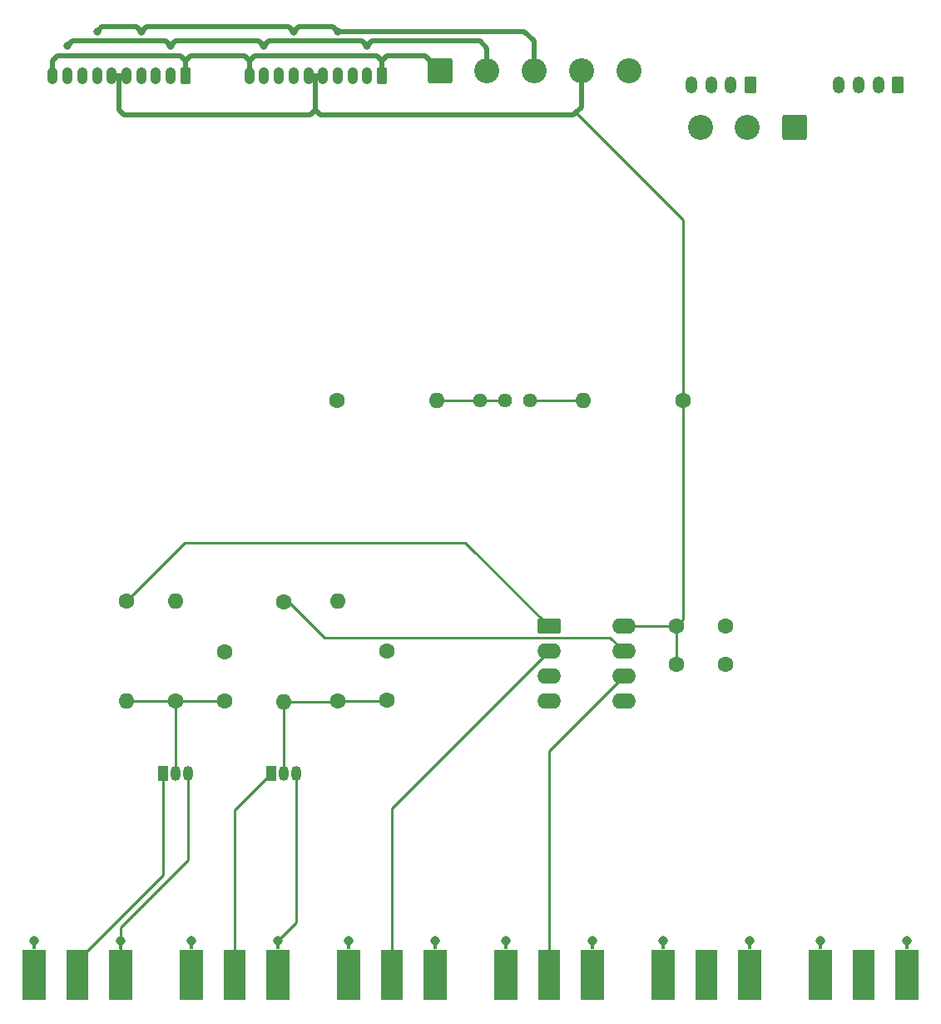
<source format=gtl>
G04 #@! TF.GenerationSoftware,KiCad,Pcbnew,9.0.0*
G04 #@! TF.CreationDate,2025-05-20T10:08:30-07:00*
G04 #@! TF.ProjectId,coil_tempeauture_interlock,636f696c-5f74-4656-9d70-656175747572,rev?*
G04 #@! TF.SameCoordinates,Original*
G04 #@! TF.FileFunction,Copper,L1,Top*
G04 #@! TF.FilePolarity,Positive*
%FSLAX46Y46*%
G04 Gerber Fmt 4.6, Leading zero omitted, Abs format (unit mm)*
G04 Created by KiCad (PCBNEW 9.0.0) date 2025-05-20 10:08:30*
%MOMM*%
%LPD*%
G01*
G04 APERTURE LIST*
G04 Aperture macros list*
%AMRoundRect*
0 Rectangle with rounded corners*
0 $1 Rounding radius*
0 $2 $3 $4 $5 $6 $7 $8 $9 X,Y pos of 4 corners*
0 Add a 4 corners polygon primitive as box body*
4,1,4,$2,$3,$4,$5,$6,$7,$8,$9,$2,$3,0*
0 Add four circle primitives for the rounded corners*
1,1,$1+$1,$2,$3*
1,1,$1+$1,$4,$5*
1,1,$1+$1,$6,$7*
1,1,$1+$1,$8,$9*
0 Add four rect primitives between the rounded corners*
20,1,$1+$1,$2,$3,$4,$5,0*
20,1,$1+$1,$4,$5,$6,$7,0*
20,1,$1+$1,$6,$7,$8,$9,0*
20,1,$1+$1,$8,$9,$2,$3,0*%
G04 Aperture macros list end*
G04 #@! TA.AperFunction,Conductor*
%ADD10C,0.200000*%
G04 #@! TD*
G04 #@! TA.AperFunction,ComponentPad*
%ADD11C,1.440000*%
G04 #@! TD*
G04 #@! TA.AperFunction,ComponentPad*
%ADD12C,1.600000*%
G04 #@! TD*
G04 #@! TA.AperFunction,ComponentPad*
%ADD13O,1.600000X1.600000*%
G04 #@! TD*
G04 #@! TA.AperFunction,SMDPad,CuDef*
%ADD14R,2.290000X5.080000*%
G04 #@! TD*
G04 #@! TA.AperFunction,SMDPad,CuDef*
%ADD15R,2.420000X5.080000*%
G04 #@! TD*
G04 #@! TA.AperFunction,SMDPad,CuDef*
%ADD16R,0.460000X0.950000*%
G04 #@! TD*
G04 #@! TA.AperFunction,ComponentPad*
%ADD17C,0.970000*%
G04 #@! TD*
G04 #@! TA.AperFunction,ComponentPad*
%ADD18RoundRect,0.249999X-1.025001X-1.025001X1.025001X-1.025001X1.025001X1.025001X-1.025001X1.025001X0*%
G04 #@! TD*
G04 #@! TA.AperFunction,ComponentPad*
%ADD19C,2.550000*%
G04 #@! TD*
G04 #@! TA.AperFunction,ComponentPad*
%ADD20RoundRect,0.250000X0.265000X0.615000X-0.265000X0.615000X-0.265000X-0.615000X0.265000X-0.615000X0*%
G04 #@! TD*
G04 #@! TA.AperFunction,ComponentPad*
%ADD21O,1.030000X1.730000*%
G04 #@! TD*
G04 #@! TA.AperFunction,ComponentPad*
%ADD22RoundRect,0.250000X0.350000X0.625000X-0.350000X0.625000X-0.350000X-0.625000X0.350000X-0.625000X0*%
G04 #@! TD*
G04 #@! TA.AperFunction,ComponentPad*
%ADD23O,1.200000X1.750000*%
G04 #@! TD*
G04 #@! TA.AperFunction,ComponentPad*
%ADD24R,1.050000X1.500000*%
G04 #@! TD*
G04 #@! TA.AperFunction,ComponentPad*
%ADD25O,1.050000X1.500000*%
G04 #@! TD*
G04 #@! TA.AperFunction,ComponentPad*
%ADD26RoundRect,0.250000X-0.950000X-0.550000X0.950000X-0.550000X0.950000X0.550000X-0.950000X0.550000X0*%
G04 #@! TD*
G04 #@! TA.AperFunction,ComponentPad*
%ADD27O,2.400000X1.600000*%
G04 #@! TD*
G04 #@! TA.AperFunction,ComponentPad*
%ADD28RoundRect,0.249999X1.025001X1.025001X-1.025001X1.025001X-1.025001X-1.025001X1.025001X-1.025001X0*%
G04 #@! TD*
G04 #@! TA.AperFunction,ViaPad*
%ADD29C,0.800000*%
G04 #@! TD*
G04 #@! TA.AperFunction,Conductor*
%ADD30C,0.250000*%
G04 #@! TD*
G04 #@! TA.AperFunction,Conductor*
%ADD31C,0.500000*%
G04 #@! TD*
G04 APERTURE END LIST*
D10*
X115000000Y-109000000D02*
X115000000Y-108920000D01*
D11*
X156080000Y-88500000D03*
X153540000Y-88500000D03*
X151000000Y-88500000D03*
D12*
X136420000Y-88500000D03*
D13*
X146580000Y-88500000D03*
D14*
X190000000Y-146930000D03*
D15*
X185620000Y-146930000D03*
X194380000Y-146930000D03*
D16*
X185620000Y-143940000D03*
X194380000Y-143940000D03*
D17*
X185620000Y-143490000D03*
X194380000Y-143490000D03*
D18*
X146900000Y-55000000D03*
D19*
X151700000Y-55000000D03*
X156500000Y-55000000D03*
X161300000Y-55000000D03*
X166100000Y-55000000D03*
D20*
X141000000Y-55500000D03*
D21*
X139500000Y-55500000D03*
X138000000Y-55500000D03*
X136500000Y-55500000D03*
X135000000Y-55500000D03*
X133500000Y-55500000D03*
X132000000Y-55500000D03*
X130500000Y-55500000D03*
X129000000Y-55500000D03*
X127500000Y-55500000D03*
D12*
X171000000Y-115390000D03*
X176000000Y-115390000D03*
D14*
X142000000Y-146930000D03*
D15*
X137620000Y-146930000D03*
X146380000Y-146930000D03*
D16*
X137620000Y-143940000D03*
X146380000Y-143940000D03*
D17*
X137620000Y-143490000D03*
X146380000Y-143490000D03*
D22*
X178500000Y-56450000D03*
D23*
X176500000Y-56450000D03*
X174500000Y-56450000D03*
X172500000Y-56450000D03*
D12*
X125000000Y-119080000D03*
X125000000Y-114080000D03*
D24*
X118730000Y-126500000D03*
D25*
X120000000Y-126500000D03*
X121270000Y-126500000D03*
D12*
X115000000Y-108920000D03*
D13*
X115000000Y-119080000D03*
D12*
X131000000Y-109000000D03*
D13*
X131000000Y-119160000D03*
D12*
X120000000Y-119080000D03*
D13*
X120000000Y-108920000D03*
D12*
X141500000Y-119000000D03*
X141500000Y-114000000D03*
D14*
X126000000Y-146930000D03*
D15*
X121620000Y-146930000D03*
X130380000Y-146930000D03*
D16*
X121620000Y-143940000D03*
X130380000Y-143940000D03*
D17*
X121620000Y-143490000D03*
X130380000Y-143490000D03*
D26*
X158000000Y-111500000D03*
D27*
X158000000Y-114040000D03*
X158000000Y-116580000D03*
X158000000Y-119120000D03*
X165620000Y-119120000D03*
X165620000Y-116580000D03*
X165620000Y-114040000D03*
X165620000Y-111500000D03*
D20*
X121000000Y-55500000D03*
D21*
X119500000Y-55500000D03*
X118000000Y-55500000D03*
X116500000Y-55500000D03*
X115000000Y-55500000D03*
X113500000Y-55500000D03*
X112000000Y-55500000D03*
X110500000Y-55500000D03*
X109000000Y-55500000D03*
X107500000Y-55500000D03*
D28*
X183000000Y-60800000D03*
D19*
X178200000Y-60800000D03*
X173400000Y-60800000D03*
D14*
X158000000Y-146930000D03*
D15*
X153620000Y-146930000D03*
X162380000Y-146930000D03*
D16*
X153620000Y-143940000D03*
X162380000Y-143940000D03*
D17*
X153620000Y-143490000D03*
X162380000Y-143490000D03*
D22*
X193500000Y-56450000D03*
D23*
X191500000Y-56450000D03*
X189500000Y-56450000D03*
X187500000Y-56450000D03*
D14*
X174000000Y-146930000D03*
D15*
X169620000Y-146930000D03*
X178380000Y-146930000D03*
D16*
X169620000Y-143940000D03*
X178380000Y-143940000D03*
D17*
X169620000Y-143490000D03*
X178380000Y-143490000D03*
D12*
X136500000Y-119080000D03*
D13*
X136500000Y-108920000D03*
D12*
X171660000Y-88500000D03*
D13*
X161500000Y-88500000D03*
D12*
X171000000Y-111500000D03*
X176000000Y-111500000D03*
D24*
X129730000Y-126500000D03*
D25*
X131000000Y-126500000D03*
X132270000Y-126500000D03*
D14*
X110000000Y-146930000D03*
D15*
X105620000Y-146930000D03*
X114380000Y-146930000D03*
D16*
X105620000Y-143940000D03*
X114380000Y-143940000D03*
D17*
X105620000Y-143490000D03*
X114380000Y-143490000D03*
D29*
X136500000Y-51000000D03*
X112000000Y-51000000D03*
X116500000Y-51000000D03*
X132000000Y-51000000D03*
X129000000Y-52500000D03*
X109000000Y-52500000D03*
X119500000Y-52500000D03*
X139500000Y-52500000D03*
D30*
X114380000Y-142120000D02*
X121270000Y-135230000D01*
X121270000Y-135230000D02*
X121270000Y-126500000D01*
X114380000Y-146930000D02*
X114380000Y-142120000D01*
X132270000Y-126500000D02*
X132270000Y-141600000D01*
X132270000Y-141600000D02*
X130380000Y-143490000D01*
D31*
X156500000Y-55000000D02*
X156500000Y-52000000D01*
X131500000Y-50500000D02*
X131000000Y-50500000D01*
X117000000Y-50500000D02*
X116500000Y-51000000D01*
X132500000Y-50500000D02*
X132000000Y-51000000D01*
X156500000Y-52000000D02*
X155500000Y-51000000D01*
X155500000Y-51000000D02*
X136500000Y-51000000D01*
X136500000Y-51000000D02*
X136000000Y-50500000D01*
X131000000Y-50500000D02*
X117000000Y-50500000D01*
X112500000Y-50500000D02*
X112000000Y-51000000D01*
X116000000Y-50500000D02*
X112500000Y-50500000D01*
X116500000Y-51000000D02*
X116000000Y-50500000D01*
X132000000Y-51000000D02*
X131500000Y-50500000D01*
X136000000Y-50500000D02*
X132500000Y-50500000D01*
X151000000Y-52000000D02*
X140000000Y-52000000D01*
X120000000Y-52000000D02*
X119500000Y-52500000D01*
X151700000Y-52700000D02*
X151700000Y-55000000D01*
X128500000Y-52000000D02*
X120000000Y-52000000D01*
X140000000Y-52000000D02*
X139500000Y-52500000D01*
X119500000Y-52500000D02*
X119000000Y-52000000D01*
X129000000Y-52500000D02*
X128500000Y-52000000D01*
X109500000Y-52000000D02*
X109000000Y-52500000D01*
X151700000Y-52700000D02*
X151000000Y-52000000D01*
X119000000Y-52000000D02*
X109500000Y-52000000D01*
X129500000Y-52000000D02*
X129000000Y-52500000D01*
X139500000Y-52500000D02*
X139000000Y-52000000D01*
X139000000Y-52000000D02*
X129500000Y-52000000D01*
X114250000Y-55500000D02*
X115000000Y-55500000D01*
X114250000Y-55500000D02*
X114250000Y-59000000D01*
X114750000Y-59500000D02*
X133750000Y-59500000D01*
X133750000Y-59500000D02*
X134250000Y-59000000D01*
X113500000Y-55500000D02*
X114250000Y-55500000D01*
X161300000Y-58700000D02*
X161300000Y-55000000D01*
D30*
X171660000Y-88500000D02*
X171660000Y-110840000D01*
X165620000Y-111500000D02*
X171000000Y-111500000D01*
D31*
X160500000Y-59500000D02*
X160750000Y-59250000D01*
D30*
X171000000Y-111500000D02*
X171120000Y-111620000D01*
D31*
X134250000Y-55500000D02*
X134250000Y-59000000D01*
X160750000Y-59250000D02*
X161300000Y-58700000D01*
X134750000Y-59500000D02*
X160500000Y-59500000D01*
X114250000Y-59000000D02*
X114750000Y-59500000D01*
X134250000Y-59000000D02*
X134750000Y-59500000D01*
X133500000Y-55500000D02*
X134250000Y-55500000D01*
D30*
X171660000Y-88500000D02*
X171660000Y-70160000D01*
X171660000Y-110840000D02*
X171000000Y-111500000D01*
X171000000Y-111500000D02*
X171000000Y-115390000D01*
D31*
X134250000Y-55500000D02*
X135000000Y-55500000D01*
D30*
X171660000Y-70160000D02*
X160750000Y-59250000D01*
D31*
X127500000Y-54000000D02*
X127500000Y-55500000D01*
X140500000Y-53500000D02*
X141000000Y-54000000D01*
X141000000Y-54000000D02*
X141000000Y-55500000D01*
X121000000Y-54000000D02*
X121000000Y-55500000D01*
X107500000Y-54000000D02*
X107500000Y-55500000D01*
X127000000Y-53500000D02*
X127500000Y-54000000D01*
X120500000Y-53500000D02*
X121000000Y-54000000D01*
X108000000Y-53500000D02*
X120500000Y-53500000D01*
X128000000Y-53500000D02*
X140500000Y-53500000D01*
X121500000Y-53500000D02*
X127000000Y-53500000D01*
X121000000Y-54000000D02*
X121500000Y-53500000D01*
X141000000Y-54000000D02*
X141500000Y-53500000D01*
X107500000Y-54000000D02*
X108000000Y-53500000D01*
X145400000Y-53500000D02*
X146900000Y-55000000D01*
X141500000Y-53500000D02*
X145400000Y-53500000D01*
X127500000Y-54000000D02*
X128000000Y-53500000D01*
D30*
X110000000Y-145535000D02*
X110000000Y-146930000D01*
X118730000Y-136805000D02*
X110000000Y-145535000D01*
X118730000Y-126500000D02*
X118730000Y-136805000D01*
X126000000Y-130230000D02*
X126000000Y-146930000D01*
X129730000Y-126500000D02*
X126000000Y-130230000D01*
X158000000Y-114040000D02*
X142000000Y-130040000D01*
X142000000Y-130040000D02*
X142000000Y-146930000D01*
X158000000Y-124200000D02*
X158000000Y-146930000D01*
X165620000Y-116580000D02*
X158000000Y-124200000D01*
X115000000Y-119080000D02*
X120000000Y-119080000D01*
X120000000Y-119080000D02*
X125000000Y-119080000D01*
X120000000Y-126230000D02*
X120270000Y-126500000D01*
X120000000Y-119080000D02*
X120000000Y-126230000D01*
X131000000Y-119160000D02*
X136420000Y-119160000D01*
X131000000Y-119160000D02*
X131000000Y-126500000D01*
X136420000Y-119160000D02*
X136500000Y-119080000D01*
X136500000Y-119080000D02*
X141420000Y-119080000D01*
X141420000Y-119080000D02*
X141500000Y-119000000D01*
X146580000Y-88500000D02*
X151000000Y-88500000D01*
X151000000Y-88500000D02*
X153540000Y-88500000D01*
X156080000Y-88500000D02*
X161500000Y-88500000D01*
X120920000Y-103000000D02*
X115000000Y-108920000D01*
X158000000Y-111500000D02*
X149500000Y-103000000D01*
X149500000Y-103000000D02*
X120920000Y-103000000D01*
X165620000Y-114040000D02*
X164206000Y-112626000D01*
X135126000Y-112626000D02*
X131500000Y-109000000D01*
X164206000Y-112626000D02*
X135126000Y-112626000D01*
M02*

</source>
